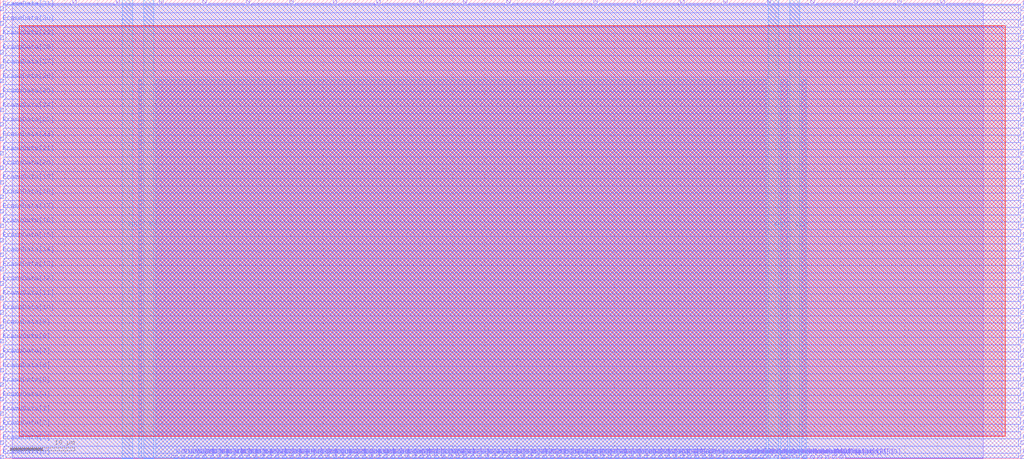
<source format=lef>
VERSION 5.7 ;
  NOWIREEXTENSIONATPIN ON ;
  DIVIDERCHAR "/" ;
  BUSBITCHARS "[]" ;
MACRO N_term_SRAM
  CLASS BLOCK ;
  FOREIGN N_term_SRAM ;
  ORIGIN 0.000 0.000 ;
  SIZE 158.480 BY 71.120 ;
  PIN FrameData[0]
    DIRECTION INPUT ;
    USE SIGNAL ;
    ANTENNAGATEAREA 1.102000 ;
    PORT
      LAYER Metal3 ;
        RECT 0.000 0.000 0.560 0.560 ;
    END
  END FrameData[0]
  PIN FrameData[10]
    DIRECTION INPUT ;
    USE SIGNAL ;
    ANTENNAGATEAREA 1.102000 ;
    PORT
      LAYER Metal3 ;
        RECT 0.000 22.400 0.560 22.960 ;
    END
  END FrameData[10]
  PIN FrameData[11]
    DIRECTION INPUT ;
    USE SIGNAL ;
    ANTENNAGATEAREA 1.102000 ;
    PORT
      LAYER Metal3 ;
        RECT 0.000 24.640 0.560 25.200 ;
    END
  END FrameData[11]
  PIN FrameData[12]
    DIRECTION INPUT ;
    USE SIGNAL ;
    ANTENNAGATEAREA 1.102000 ;
    PORT
      LAYER Metal3 ;
        RECT 0.000 26.880 0.560 27.440 ;
    END
  END FrameData[12]
  PIN FrameData[13]
    DIRECTION INPUT ;
    USE SIGNAL ;
    ANTENNAGATEAREA 1.102000 ;
    PORT
      LAYER Metal3 ;
        RECT 0.000 29.120 0.560 29.680 ;
    END
  END FrameData[13]
  PIN FrameData[14]
    DIRECTION INPUT ;
    USE SIGNAL ;
    ANTENNAGATEAREA 1.102000 ;
    PORT
      LAYER Metal3 ;
        RECT 0.000 31.360 0.560 31.920 ;
    END
  END FrameData[14]
  PIN FrameData[15]
    DIRECTION INPUT ;
    USE SIGNAL ;
    ANTENNAGATEAREA 1.102000 ;
    PORT
      LAYER Metal3 ;
        RECT 0.000 33.600 0.560 34.160 ;
    END
  END FrameData[15]
  PIN FrameData[16]
    DIRECTION INPUT ;
    USE SIGNAL ;
    ANTENNAGATEAREA 1.102000 ;
    PORT
      LAYER Metal3 ;
        RECT 0.000 35.840 0.560 36.400 ;
    END
  END FrameData[16]
  PIN FrameData[17]
    DIRECTION INPUT ;
    USE SIGNAL ;
    ANTENNAGATEAREA 1.102000 ;
    PORT
      LAYER Metal3 ;
        RECT 0.000 38.080 0.560 38.640 ;
    END
  END FrameData[17]
  PIN FrameData[18]
    DIRECTION INPUT ;
    USE SIGNAL ;
    ANTENNAGATEAREA 1.102000 ;
    PORT
      LAYER Metal3 ;
        RECT 0.000 40.320 0.560 40.880 ;
    END
  END FrameData[18]
  PIN FrameData[19]
    DIRECTION INPUT ;
    USE SIGNAL ;
    ANTENNAGATEAREA 1.102000 ;
    PORT
      LAYER Metal3 ;
        RECT 0.000 42.560 0.560 43.120 ;
    END
  END FrameData[19]
  PIN FrameData[1]
    DIRECTION INPUT ;
    USE SIGNAL ;
    ANTENNAGATEAREA 1.102000 ;
    PORT
      LAYER Metal3 ;
        RECT 0.000 2.240 0.560 2.800 ;
    END
  END FrameData[1]
  PIN FrameData[20]
    DIRECTION INPUT ;
    USE SIGNAL ;
    ANTENNAGATEAREA 1.102000 ;
    PORT
      LAYER Metal3 ;
        RECT 0.000 44.800 0.560 45.360 ;
    END
  END FrameData[20]
  PIN FrameData[21]
    DIRECTION INPUT ;
    USE SIGNAL ;
    ANTENNAGATEAREA 1.102000 ;
    PORT
      LAYER Metal3 ;
        RECT 0.000 47.040 0.560 47.600 ;
    END
  END FrameData[21]
  PIN FrameData[22]
    DIRECTION INPUT ;
    USE SIGNAL ;
    ANTENNAGATEAREA 1.102000 ;
    PORT
      LAYER Metal3 ;
        RECT 0.000 49.280 0.560 49.840 ;
    END
  END FrameData[22]
  PIN FrameData[23]
    DIRECTION INPUT ;
    USE SIGNAL ;
    ANTENNAGATEAREA 1.102000 ;
    PORT
      LAYER Metal3 ;
        RECT 0.000 51.520 0.560 52.080 ;
    END
  END FrameData[23]
  PIN FrameData[24]
    DIRECTION INPUT ;
    USE SIGNAL ;
    ANTENNAGATEAREA 1.102000 ;
    PORT
      LAYER Metal3 ;
        RECT 0.000 53.760 0.560 54.320 ;
    END
  END FrameData[24]
  PIN FrameData[25]
    DIRECTION INPUT ;
    USE SIGNAL ;
    ANTENNAGATEAREA 1.102000 ;
    PORT
      LAYER Metal3 ;
        RECT 0.000 56.000 0.560 56.560 ;
    END
  END FrameData[25]
  PIN FrameData[26]
    DIRECTION INPUT ;
    USE SIGNAL ;
    ANTENNAGATEAREA 1.102000 ;
    PORT
      LAYER Metal3 ;
        RECT 0.000 58.240 0.560 58.800 ;
    END
  END FrameData[26]
  PIN FrameData[27]
    DIRECTION INPUT ;
    USE SIGNAL ;
    ANTENNAGATEAREA 1.102000 ;
    PORT
      LAYER Metal3 ;
        RECT 0.000 60.480 0.560 61.040 ;
    END
  END FrameData[27]
  PIN FrameData[28]
    DIRECTION INPUT ;
    USE SIGNAL ;
    ANTENNAGATEAREA 1.102000 ;
    PORT
      LAYER Metal3 ;
        RECT 0.000 62.720 0.560 63.280 ;
    END
  END FrameData[28]
  PIN FrameData[29]
    DIRECTION INPUT ;
    USE SIGNAL ;
    ANTENNAGATEAREA 1.102000 ;
    PORT
      LAYER Metal3 ;
        RECT 0.000 64.960 0.560 65.520 ;
    END
  END FrameData[29]
  PIN FrameData[2]
    DIRECTION INPUT ;
    USE SIGNAL ;
    ANTENNAGATEAREA 1.102000 ;
    PORT
      LAYER Metal3 ;
        RECT 0.000 4.480 0.560 5.040 ;
    END
  END FrameData[2]
  PIN FrameData[30]
    DIRECTION INPUT ;
    USE SIGNAL ;
    ANTENNAGATEAREA 1.102000 ;
    PORT
      LAYER Metal3 ;
        RECT 0.000 67.200 0.560 67.760 ;
    END
  END FrameData[30]
  PIN FrameData[31]
    DIRECTION INPUT ;
    USE SIGNAL ;
    ANTENNAGATEAREA 1.102000 ;
    PORT
      LAYER Metal3 ;
        RECT 0.000 69.440 0.560 70.000 ;
    END
  END FrameData[31]
  PIN FrameData[3]
    DIRECTION INPUT ;
    USE SIGNAL ;
    ANTENNAGATEAREA 1.102000 ;
    PORT
      LAYER Metal3 ;
        RECT 0.000 6.720 0.560 7.280 ;
    END
  END FrameData[3]
  PIN FrameData[4]
    DIRECTION INPUT ;
    USE SIGNAL ;
    ANTENNAGATEAREA 1.102000 ;
    PORT
      LAYER Metal3 ;
        RECT 0.000 8.960 0.560 9.520 ;
    END
  END FrameData[4]
  PIN FrameData[5]
    DIRECTION INPUT ;
    USE SIGNAL ;
    ANTENNAGATEAREA 1.102000 ;
    PORT
      LAYER Metal3 ;
        RECT 0.000 11.200 0.560 11.760 ;
    END
  END FrameData[5]
  PIN FrameData[6]
    DIRECTION INPUT ;
    USE SIGNAL ;
    ANTENNAGATEAREA 1.102000 ;
    PORT
      LAYER Metal3 ;
        RECT 0.000 13.440 0.560 14.000 ;
    END
  END FrameData[6]
  PIN FrameData[7]
    DIRECTION INPUT ;
    USE SIGNAL ;
    ANTENNAGATEAREA 1.102000 ;
    PORT
      LAYER Metal3 ;
        RECT 0.000 15.680 0.560 16.240 ;
    END
  END FrameData[7]
  PIN FrameData[8]
    DIRECTION INPUT ;
    USE SIGNAL ;
    ANTENNAGATEAREA 1.102000 ;
    PORT
      LAYER Metal3 ;
        RECT 0.000 17.920 0.560 18.480 ;
    END
  END FrameData[8]
  PIN FrameData[9]
    DIRECTION INPUT ;
    USE SIGNAL ;
    ANTENNAGATEAREA 1.102000 ;
    PORT
      LAYER Metal3 ;
        RECT 0.000 20.160 0.560 20.720 ;
    END
  END FrameData[9]
  PIN FrameData_O[0]
    DIRECTION OUTPUT ;
    USE SIGNAL ;
    ANTENNADIFFAREA 2.365600 ;
    PORT
      LAYER Metal3 ;
        RECT 157.920 0.000 158.480 0.560 ;
    END
  END FrameData_O[0]
  PIN FrameData_O[10]
    DIRECTION OUTPUT ;
    USE SIGNAL ;
    ANTENNADIFFAREA 2.365600 ;
    PORT
      LAYER Metal3 ;
        RECT 157.920 22.400 158.480 22.960 ;
    END
  END FrameData_O[10]
  PIN FrameData_O[11]
    DIRECTION OUTPUT ;
    USE SIGNAL ;
    ANTENNADIFFAREA 2.365600 ;
    PORT
      LAYER Metal3 ;
        RECT 157.920 24.640 158.480 25.200 ;
    END
  END FrameData_O[11]
  PIN FrameData_O[12]
    DIRECTION OUTPUT ;
    USE SIGNAL ;
    ANTENNADIFFAREA 2.365600 ;
    PORT
      LAYER Metal3 ;
        RECT 157.920 26.880 158.480 27.440 ;
    END
  END FrameData_O[12]
  PIN FrameData_O[13]
    DIRECTION OUTPUT ;
    USE SIGNAL ;
    ANTENNADIFFAREA 2.365600 ;
    PORT
      LAYER Metal3 ;
        RECT 157.920 29.120 158.480 29.680 ;
    END
  END FrameData_O[13]
  PIN FrameData_O[14]
    DIRECTION OUTPUT ;
    USE SIGNAL ;
    ANTENNADIFFAREA 2.365600 ;
    PORT
      LAYER Metal3 ;
        RECT 157.920 31.360 158.480 31.920 ;
    END
  END FrameData_O[14]
  PIN FrameData_O[15]
    DIRECTION OUTPUT ;
    USE SIGNAL ;
    ANTENNADIFFAREA 2.365600 ;
    PORT
      LAYER Metal3 ;
        RECT 157.920 33.600 158.480 34.160 ;
    END
  END FrameData_O[15]
  PIN FrameData_O[16]
    DIRECTION OUTPUT ;
    USE SIGNAL ;
    ANTENNADIFFAREA 2.365600 ;
    PORT
      LAYER Metal3 ;
        RECT 157.920 35.840 158.480 36.400 ;
    END
  END FrameData_O[16]
  PIN FrameData_O[17]
    DIRECTION OUTPUT ;
    USE SIGNAL ;
    ANTENNADIFFAREA 2.365600 ;
    PORT
      LAYER Metal3 ;
        RECT 157.920 38.080 158.480 38.640 ;
    END
  END FrameData_O[17]
  PIN FrameData_O[18]
    DIRECTION OUTPUT ;
    USE SIGNAL ;
    ANTENNADIFFAREA 2.365600 ;
    PORT
      LAYER Metal3 ;
        RECT 157.920 40.320 158.480 40.880 ;
    END
  END FrameData_O[18]
  PIN FrameData_O[19]
    DIRECTION OUTPUT ;
    USE SIGNAL ;
    ANTENNADIFFAREA 2.365600 ;
    PORT
      LAYER Metal3 ;
        RECT 157.920 42.560 158.480 43.120 ;
    END
  END FrameData_O[19]
  PIN FrameData_O[1]
    DIRECTION OUTPUT ;
    USE SIGNAL ;
    ANTENNADIFFAREA 2.365600 ;
    PORT
      LAYER Metal3 ;
        RECT 157.920 2.240 158.480 2.800 ;
    END
  END FrameData_O[1]
  PIN FrameData_O[20]
    DIRECTION OUTPUT ;
    USE SIGNAL ;
    ANTENNADIFFAREA 2.365600 ;
    PORT
      LAYER Metal3 ;
        RECT 157.920 44.800 158.480 45.360 ;
    END
  END FrameData_O[20]
  PIN FrameData_O[21]
    DIRECTION OUTPUT ;
    USE SIGNAL ;
    ANTENNADIFFAREA 2.365600 ;
    PORT
      LAYER Metal3 ;
        RECT 157.920 47.040 158.480 47.600 ;
    END
  END FrameData_O[21]
  PIN FrameData_O[22]
    DIRECTION OUTPUT ;
    USE SIGNAL ;
    ANTENNADIFFAREA 2.365600 ;
    PORT
      LAYER Metal3 ;
        RECT 157.920 49.280 158.480 49.840 ;
    END
  END FrameData_O[22]
  PIN FrameData_O[23]
    DIRECTION OUTPUT ;
    USE SIGNAL ;
    ANTENNADIFFAREA 2.365600 ;
    PORT
      LAYER Metal3 ;
        RECT 157.920 51.520 158.480 52.080 ;
    END
  END FrameData_O[23]
  PIN FrameData_O[24]
    DIRECTION OUTPUT ;
    USE SIGNAL ;
    ANTENNADIFFAREA 2.365600 ;
    PORT
      LAYER Metal3 ;
        RECT 157.920 53.760 158.480 54.320 ;
    END
  END FrameData_O[24]
  PIN FrameData_O[25]
    DIRECTION OUTPUT ;
    USE SIGNAL ;
    ANTENNADIFFAREA 2.365600 ;
    PORT
      LAYER Metal3 ;
        RECT 157.920 56.000 158.480 56.560 ;
    END
  END FrameData_O[25]
  PIN FrameData_O[26]
    DIRECTION OUTPUT ;
    USE SIGNAL ;
    ANTENNADIFFAREA 2.365600 ;
    PORT
      LAYER Metal3 ;
        RECT 157.920 58.240 158.480 58.800 ;
    END
  END FrameData_O[26]
  PIN FrameData_O[27]
    DIRECTION OUTPUT ;
    USE SIGNAL ;
    ANTENNADIFFAREA 2.365600 ;
    PORT
      LAYER Metal3 ;
        RECT 157.920 60.480 158.480 61.040 ;
    END
  END FrameData_O[27]
  PIN FrameData_O[28]
    DIRECTION OUTPUT ;
    USE SIGNAL ;
    ANTENNADIFFAREA 2.365600 ;
    PORT
      LAYER Metal3 ;
        RECT 157.920 62.720 158.480 63.280 ;
    END
  END FrameData_O[28]
  PIN FrameData_O[29]
    DIRECTION OUTPUT ;
    USE SIGNAL ;
    ANTENNADIFFAREA 2.365600 ;
    PORT
      LAYER Metal3 ;
        RECT 157.920 64.960 158.480 65.520 ;
    END
  END FrameData_O[29]
  PIN FrameData_O[2]
    DIRECTION OUTPUT ;
    USE SIGNAL ;
    ANTENNADIFFAREA 2.365600 ;
    PORT
      LAYER Metal3 ;
        RECT 157.920 4.480 158.480 5.040 ;
    END
  END FrameData_O[2]
  PIN FrameData_O[30]
    DIRECTION OUTPUT ;
    USE SIGNAL ;
    ANTENNADIFFAREA 2.365600 ;
    PORT
      LAYER Metal3 ;
        RECT 157.920 67.200 158.480 67.760 ;
    END
  END FrameData_O[30]
  PIN FrameData_O[31]
    DIRECTION OUTPUT ;
    USE SIGNAL ;
    ANTENNADIFFAREA 2.365600 ;
    PORT
      LAYER Metal3 ;
        RECT 157.920 69.440 158.480 70.000 ;
    END
  END FrameData_O[31]
  PIN FrameData_O[3]
    DIRECTION OUTPUT ;
    USE SIGNAL ;
    ANTENNADIFFAREA 2.365600 ;
    PORT
      LAYER Metal3 ;
        RECT 157.920 6.720 158.480 7.280 ;
    END
  END FrameData_O[3]
  PIN FrameData_O[4]
    DIRECTION OUTPUT ;
    USE SIGNAL ;
    ANTENNADIFFAREA 2.365600 ;
    PORT
      LAYER Metal3 ;
        RECT 157.920 8.960 158.480 9.520 ;
    END
  END FrameData_O[4]
  PIN FrameData_O[5]
    DIRECTION OUTPUT ;
    USE SIGNAL ;
    ANTENNADIFFAREA 2.365600 ;
    PORT
      LAYER Metal3 ;
        RECT 157.920 11.200 158.480 11.760 ;
    END
  END FrameData_O[5]
  PIN FrameData_O[6]
    DIRECTION OUTPUT ;
    USE SIGNAL ;
    ANTENNADIFFAREA 2.365600 ;
    PORT
      LAYER Metal3 ;
        RECT 157.920 13.440 158.480 14.000 ;
    END
  END FrameData_O[6]
  PIN FrameData_O[7]
    DIRECTION OUTPUT ;
    USE SIGNAL ;
    ANTENNADIFFAREA 2.365600 ;
    PORT
      LAYER Metal3 ;
        RECT 157.920 15.680 158.480 16.240 ;
    END
  END FrameData_O[7]
  PIN FrameData_O[8]
    DIRECTION OUTPUT ;
    USE SIGNAL ;
    ANTENNADIFFAREA 2.365600 ;
    PORT
      LAYER Metal3 ;
        RECT 157.920 17.920 158.480 18.480 ;
    END
  END FrameData_O[8]
  PIN FrameData_O[9]
    DIRECTION OUTPUT ;
    USE SIGNAL ;
    ANTENNADIFFAREA 2.365600 ;
    PORT
      LAYER Metal3 ;
        RECT 157.920 20.160 158.480 20.720 ;
    END
  END FrameData_O[9]
  PIN FrameStrobe[0]
    DIRECTION INPUT ;
    USE SIGNAL ;
    ANTENNAGATEAREA 1.102000 ;
    PORT
      LAYER Metal2 ;
        RECT 108.640 0.000 109.200 0.560 ;
    END
  END FrameStrobe[0]
  PIN FrameStrobe[10]
    DIRECTION INPUT ;
    USE SIGNAL ;
    ANTENNAGATEAREA 1.102000 ;
    PORT
      LAYER Metal2 ;
        RECT 119.840 0.000 120.400 0.560 ;
    END
  END FrameStrobe[10]
  PIN FrameStrobe[11]
    DIRECTION INPUT ;
    USE SIGNAL ;
    ANTENNAGATEAREA 1.102000 ;
    PORT
      LAYER Metal2 ;
        RECT 120.960 0.000 121.520 0.560 ;
    END
  END FrameStrobe[11]
  PIN FrameStrobe[12]
    DIRECTION INPUT ;
    USE SIGNAL ;
    ANTENNAGATEAREA 1.102000 ;
    PORT
      LAYER Metal2 ;
        RECT 122.080 0.000 122.640 0.560 ;
    END
  END FrameStrobe[12]
  PIN FrameStrobe[13]
    DIRECTION INPUT ;
    USE SIGNAL ;
    ANTENNAGATEAREA 1.102000 ;
    PORT
      LAYER Metal2 ;
        RECT 123.200 0.000 123.760 0.560 ;
    END
  END FrameStrobe[13]
  PIN FrameStrobe[14]
    DIRECTION INPUT ;
    USE SIGNAL ;
    ANTENNAGATEAREA 1.102000 ;
    PORT
      LAYER Metal2 ;
        RECT 124.320 0.000 124.880 0.560 ;
    END
  END FrameStrobe[14]
  PIN FrameStrobe[15]
    DIRECTION INPUT ;
    USE SIGNAL ;
    ANTENNAGATEAREA 1.102000 ;
    PORT
      LAYER Metal2 ;
        RECT 125.440 0.000 126.000 0.560 ;
    END
  END FrameStrobe[15]
  PIN FrameStrobe[16]
    DIRECTION INPUT ;
    USE SIGNAL ;
    ANTENNAGATEAREA 1.102000 ;
    PORT
      LAYER Metal2 ;
        RECT 126.560 0.000 127.120 0.560 ;
    END
  END FrameStrobe[16]
  PIN FrameStrobe[17]
    DIRECTION INPUT ;
    USE SIGNAL ;
    ANTENNAGATEAREA 1.102000 ;
    PORT
      LAYER Metal2 ;
        RECT 127.680 0.000 128.240 0.560 ;
    END
  END FrameStrobe[17]
  PIN FrameStrobe[18]
    DIRECTION INPUT ;
    USE SIGNAL ;
    ANTENNAGATEAREA 1.102000 ;
    PORT
      LAYER Metal2 ;
        RECT 128.800 0.000 129.360 0.560 ;
    END
  END FrameStrobe[18]
  PIN FrameStrobe[19]
    DIRECTION INPUT ;
    USE SIGNAL ;
    ANTENNAGATEAREA 1.102000 ;
    PORT
      LAYER Metal2 ;
        RECT 129.920 0.000 130.480 0.560 ;
    END
  END FrameStrobe[19]
  PIN FrameStrobe[1]
    DIRECTION INPUT ;
    USE SIGNAL ;
    ANTENNAGATEAREA 1.102000 ;
    PORT
      LAYER Metal2 ;
        RECT 109.760 0.000 110.320 0.560 ;
    END
  END FrameStrobe[1]
  PIN FrameStrobe[2]
    DIRECTION INPUT ;
    USE SIGNAL ;
    ANTENNAGATEAREA 1.102000 ;
    PORT
      LAYER Metal2 ;
        RECT 110.880 0.000 111.440 0.560 ;
    END
  END FrameStrobe[2]
  PIN FrameStrobe[3]
    DIRECTION INPUT ;
    USE SIGNAL ;
    ANTENNAGATEAREA 1.102000 ;
    PORT
      LAYER Metal2 ;
        RECT 112.000 0.000 112.560 0.560 ;
    END
  END FrameStrobe[3]
  PIN FrameStrobe[4]
    DIRECTION INPUT ;
    USE SIGNAL ;
    ANTENNAGATEAREA 1.102000 ;
    PORT
      LAYER Metal2 ;
        RECT 113.120 0.000 113.680 0.560 ;
    END
  END FrameStrobe[4]
  PIN FrameStrobe[5]
    DIRECTION INPUT ;
    USE SIGNAL ;
    ANTENNAGATEAREA 1.102000 ;
    PORT
      LAYER Metal2 ;
        RECT 114.240 0.000 114.800 0.560 ;
    END
  END FrameStrobe[5]
  PIN FrameStrobe[6]
    DIRECTION INPUT ;
    USE SIGNAL ;
    ANTENNAGATEAREA 1.102000 ;
    PORT
      LAYER Metal2 ;
        RECT 115.360 0.000 115.920 0.560 ;
    END
  END FrameStrobe[6]
  PIN FrameStrobe[7]
    DIRECTION INPUT ;
    USE SIGNAL ;
    ANTENNAGATEAREA 1.102000 ;
    PORT
      LAYER Metal2 ;
        RECT 116.480 0.000 117.040 0.560 ;
    END
  END FrameStrobe[7]
  PIN FrameStrobe[8]
    DIRECTION INPUT ;
    USE SIGNAL ;
    ANTENNAGATEAREA 1.102000 ;
    PORT
      LAYER Metal2 ;
        RECT 117.600 0.000 118.160 0.560 ;
    END
  END FrameStrobe[8]
  PIN FrameStrobe[9]
    DIRECTION INPUT ;
    USE SIGNAL ;
    ANTENNAGATEAREA 1.102000 ;
    PORT
      LAYER Metal2 ;
        RECT 118.720 0.000 119.280 0.560 ;
    END
  END FrameStrobe[9]
  PIN FrameStrobe_O[0]
    DIRECTION OUTPUT ;
    USE SIGNAL ;
    ANTENNADIFFAREA 2.365600 ;
    PORT
      LAYER Metal2 ;
        RECT 17.920 70.560 18.480 71.120 ;
    END
  END FrameStrobe_O[0]
  PIN FrameStrobe_O[10]
    DIRECTION OUTPUT ;
    USE SIGNAL ;
    ANTENNADIFFAREA 2.365600 ;
    PORT
      LAYER Metal2 ;
        RECT 85.120 70.560 85.680 71.120 ;
    END
  END FrameStrobe_O[10]
  PIN FrameStrobe_O[11]
    DIRECTION OUTPUT ;
    USE SIGNAL ;
    ANTENNADIFFAREA 2.365600 ;
    PORT
      LAYER Metal2 ;
        RECT 91.840 70.560 92.400 71.120 ;
    END
  END FrameStrobe_O[11]
  PIN FrameStrobe_O[12]
    DIRECTION OUTPUT ;
    USE SIGNAL ;
    ANTENNADIFFAREA 2.365600 ;
    PORT
      LAYER Metal2 ;
        RECT 98.560 70.560 99.120 71.120 ;
    END
  END FrameStrobe_O[12]
  PIN FrameStrobe_O[13]
    DIRECTION OUTPUT ;
    USE SIGNAL ;
    ANTENNADIFFAREA 2.365600 ;
    PORT
      LAYER Metal2 ;
        RECT 105.280 70.560 105.840 71.120 ;
    END
  END FrameStrobe_O[13]
  PIN FrameStrobe_O[14]
    DIRECTION OUTPUT ;
    USE SIGNAL ;
    ANTENNADIFFAREA 2.365600 ;
    PORT
      LAYER Metal2 ;
        RECT 112.000 70.560 112.560 71.120 ;
    END
  END FrameStrobe_O[14]
  PIN FrameStrobe_O[15]
    DIRECTION OUTPUT ;
    USE SIGNAL ;
    ANTENNADIFFAREA 2.365600 ;
    PORT
      LAYER Metal2 ;
        RECT 118.720 70.560 119.280 71.120 ;
    END
  END FrameStrobe_O[15]
  PIN FrameStrobe_O[16]
    DIRECTION OUTPUT ;
    USE SIGNAL ;
    ANTENNADIFFAREA 2.365600 ;
    PORT
      LAYER Metal2 ;
        RECT 125.440 70.560 126.000 71.120 ;
    END
  END FrameStrobe_O[16]
  PIN FrameStrobe_O[17]
    DIRECTION OUTPUT ;
    USE SIGNAL ;
    ANTENNADIFFAREA 2.365600 ;
    PORT
      LAYER Metal2 ;
        RECT 132.160 70.560 132.720 71.120 ;
    END
  END FrameStrobe_O[17]
  PIN FrameStrobe_O[18]
    DIRECTION OUTPUT ;
    USE SIGNAL ;
    ANTENNADIFFAREA 2.365600 ;
    PORT
      LAYER Metal2 ;
        RECT 138.880 70.560 139.440 71.120 ;
    END
  END FrameStrobe_O[18]
  PIN FrameStrobe_O[19]
    DIRECTION OUTPUT ;
    USE SIGNAL ;
    ANTENNADIFFAREA 2.365600 ;
    PORT
      LAYER Metal2 ;
        RECT 145.600 70.560 146.160 71.120 ;
    END
  END FrameStrobe_O[19]
  PIN FrameStrobe_O[1]
    DIRECTION OUTPUT ;
    USE SIGNAL ;
    ANTENNADIFFAREA 2.365600 ;
    PORT
      LAYER Metal2 ;
        RECT 24.640 70.560 25.200 71.120 ;
    END
  END FrameStrobe_O[1]
  PIN FrameStrobe_O[2]
    DIRECTION OUTPUT ;
    USE SIGNAL ;
    ANTENNADIFFAREA 2.365600 ;
    PORT
      LAYER Metal2 ;
        RECT 31.360 70.560 31.920 71.120 ;
    END
  END FrameStrobe_O[2]
  PIN FrameStrobe_O[3]
    DIRECTION OUTPUT ;
    USE SIGNAL ;
    ANTENNADIFFAREA 2.365600 ;
    PORT
      LAYER Metal2 ;
        RECT 38.080 70.560 38.640 71.120 ;
    END
  END FrameStrobe_O[3]
  PIN FrameStrobe_O[4]
    DIRECTION OUTPUT ;
    USE SIGNAL ;
    ANTENNADIFFAREA 2.365600 ;
    PORT
      LAYER Metal2 ;
        RECT 44.800 70.560 45.360 71.120 ;
    END
  END FrameStrobe_O[4]
  PIN FrameStrobe_O[5]
    DIRECTION OUTPUT ;
    USE SIGNAL ;
    ANTENNADIFFAREA 2.365600 ;
    PORT
      LAYER Metal2 ;
        RECT 51.520 70.560 52.080 71.120 ;
    END
  END FrameStrobe_O[5]
  PIN FrameStrobe_O[6]
    DIRECTION OUTPUT ;
    USE SIGNAL ;
    ANTENNADIFFAREA 2.365600 ;
    PORT
      LAYER Metal2 ;
        RECT 58.240 70.560 58.800 71.120 ;
    END
  END FrameStrobe_O[6]
  PIN FrameStrobe_O[7]
    DIRECTION OUTPUT ;
    USE SIGNAL ;
    ANTENNADIFFAREA 2.365600 ;
    PORT
      LAYER Metal2 ;
        RECT 64.960 70.560 65.520 71.120 ;
    END
  END FrameStrobe_O[7]
  PIN FrameStrobe_O[8]
    DIRECTION OUTPUT ;
    USE SIGNAL ;
    ANTENNADIFFAREA 2.365600 ;
    PORT
      LAYER Metal2 ;
        RECT 71.680 70.560 72.240 71.120 ;
    END
  END FrameStrobe_O[8]
  PIN FrameStrobe_O[9]
    DIRECTION OUTPUT ;
    USE SIGNAL ;
    ANTENNADIFFAREA 2.365600 ;
    PORT
      LAYER Metal2 ;
        RECT 78.400 70.560 78.960 71.120 ;
    END
  END FrameStrobe_O[9]
  PIN N1END[0]
    DIRECTION INPUT ;
    USE SIGNAL ;
    ANTENNAGATEAREA 1.102000 ;
    PORT
      LAYER Metal2 ;
        RECT 26.880 0.000 27.440 0.560 ;
    END
  END N1END[0]
  PIN N1END[1]
    DIRECTION INPUT ;
    USE SIGNAL ;
    ANTENNAGATEAREA 1.102000 ;
    PORT
      LAYER Metal2 ;
        RECT 28.000 0.000 28.560 0.560 ;
    END
  END N1END[1]
  PIN N1END[2]
    DIRECTION INPUT ;
    USE SIGNAL ;
    ANTENNAGATEAREA 1.102000 ;
    PORT
      LAYER Metal2 ;
        RECT 29.120 0.000 29.680 0.560 ;
    END
  END N1END[2]
  PIN N1END[3]
    DIRECTION INPUT ;
    USE SIGNAL ;
    ANTENNAGATEAREA 1.102000 ;
    PORT
      LAYER Metal2 ;
        RECT 30.240 0.000 30.800 0.560 ;
    END
  END N1END[3]
  PIN N2END[0]
    DIRECTION INPUT ;
    USE SIGNAL ;
    ANTENNAGATEAREA 1.102000 ;
    PORT
      LAYER Metal2 ;
        RECT 40.320 0.000 40.880 0.560 ;
    END
  END N2END[0]
  PIN N2END[1]
    DIRECTION INPUT ;
    USE SIGNAL ;
    ANTENNAGATEAREA 1.102000 ;
    PORT
      LAYER Metal2 ;
        RECT 41.440 0.000 42.000 0.560 ;
    END
  END N2END[1]
  PIN N2END[2]
    DIRECTION INPUT ;
    USE SIGNAL ;
    ANTENNAGATEAREA 1.102000 ;
    PORT
      LAYER Metal2 ;
        RECT 42.560 0.000 43.120 0.560 ;
    END
  END N2END[2]
  PIN N2END[3]
    DIRECTION INPUT ;
    USE SIGNAL ;
    ANTENNAGATEAREA 1.102000 ;
    PORT
      LAYER Metal2 ;
        RECT 43.680 0.000 44.240 0.560 ;
    END
  END N2END[3]
  PIN N2END[4]
    DIRECTION INPUT ;
    USE SIGNAL ;
    ANTENNAGATEAREA 1.102000 ;
    PORT
      LAYER Metal2 ;
        RECT 44.800 0.000 45.360 0.560 ;
    END
  END N2END[4]
  PIN N2END[5]
    DIRECTION INPUT ;
    USE SIGNAL ;
    ANTENNAGATEAREA 1.102000 ;
    PORT
      LAYER Metal2 ;
        RECT 45.920 0.000 46.480 0.560 ;
    END
  END N2END[5]
  PIN N2END[6]
    DIRECTION INPUT ;
    USE SIGNAL ;
    ANTENNAGATEAREA 1.102000 ;
    PORT
      LAYER Metal2 ;
        RECT 47.040 0.000 47.600 0.560 ;
    END
  END N2END[6]
  PIN N2END[7]
    DIRECTION INPUT ;
    USE SIGNAL ;
    ANTENNAGATEAREA 1.102000 ;
    PORT
      LAYER Metal2 ;
        RECT 48.160 0.000 48.720 0.560 ;
    END
  END N2END[7]
  PIN N2MID[0]
    DIRECTION INPUT ;
    USE SIGNAL ;
    ANTENNAGATEAREA 1.102000 ;
    PORT
      LAYER Metal2 ;
        RECT 31.360 0.000 31.920 0.560 ;
    END
  END N2MID[0]
  PIN N2MID[1]
    DIRECTION INPUT ;
    USE SIGNAL ;
    ANTENNAGATEAREA 1.102000 ;
    PORT
      LAYER Metal2 ;
        RECT 32.480 0.000 33.040 0.560 ;
    END
  END N2MID[1]
  PIN N2MID[2]
    DIRECTION INPUT ;
    USE SIGNAL ;
    ANTENNAGATEAREA 1.102000 ;
    PORT
      LAYER Metal2 ;
        RECT 33.600 0.000 34.160 0.560 ;
    END
  END N2MID[2]
  PIN N2MID[3]
    DIRECTION INPUT ;
    USE SIGNAL ;
    ANTENNAGATEAREA 1.102000 ;
    PORT
      LAYER Metal2 ;
        RECT 34.720 0.000 35.280 0.560 ;
    END
  END N2MID[3]
  PIN N2MID[4]
    DIRECTION INPUT ;
    USE SIGNAL ;
    ANTENNAGATEAREA 1.102000 ;
    PORT
      LAYER Metal2 ;
        RECT 35.840 0.000 36.400 0.560 ;
    END
  END N2MID[4]
  PIN N2MID[5]
    DIRECTION INPUT ;
    USE SIGNAL ;
    ANTENNAGATEAREA 1.102000 ;
    PORT
      LAYER Metal2 ;
        RECT 36.960 0.000 37.520 0.560 ;
    END
  END N2MID[5]
  PIN N2MID[6]
    DIRECTION INPUT ;
    USE SIGNAL ;
    ANTENNAGATEAREA 1.102000 ;
    PORT
      LAYER Metal2 ;
        RECT 38.080 0.000 38.640 0.560 ;
    END
  END N2MID[6]
  PIN N2MID[7]
    DIRECTION INPUT ;
    USE SIGNAL ;
    ANTENNAGATEAREA 1.102000 ;
    PORT
      LAYER Metal2 ;
        RECT 39.200 0.000 39.760 0.560 ;
    END
  END N2MID[7]
  PIN N4END[0]
    DIRECTION INPUT ;
    USE SIGNAL ;
    ANTENNAGATEAREA 1.102000 ;
    PORT
      LAYER Metal2 ;
        RECT 49.280 0.000 49.840 0.560 ;
    END
  END N4END[0]
  PIN N4END[10]
    DIRECTION INPUT ;
    USE SIGNAL ;
    ANTENNAGATEAREA 1.102000 ;
    PORT
      LAYER Metal2 ;
        RECT 60.480 0.000 61.040 0.560 ;
    END
  END N4END[10]
  PIN N4END[11]
    DIRECTION INPUT ;
    USE SIGNAL ;
    ANTENNAGATEAREA 1.102000 ;
    PORT
      LAYER Metal2 ;
        RECT 61.600 0.000 62.160 0.560 ;
    END
  END N4END[11]
  PIN N4END[12]
    DIRECTION INPUT ;
    USE SIGNAL ;
    ANTENNAGATEAREA 1.102000 ;
    PORT
      LAYER Metal2 ;
        RECT 62.720 0.000 63.280 0.560 ;
    END
  END N4END[12]
  PIN N4END[13]
    DIRECTION INPUT ;
    USE SIGNAL ;
    ANTENNAGATEAREA 1.102000 ;
    PORT
      LAYER Metal2 ;
        RECT 63.840 0.000 64.400 0.560 ;
    END
  END N4END[13]
  PIN N4END[14]
    DIRECTION INPUT ;
    USE SIGNAL ;
    ANTENNAGATEAREA 1.102000 ;
    PORT
      LAYER Metal2 ;
        RECT 64.960 0.000 65.520 0.560 ;
    END
  END N4END[14]
  PIN N4END[15]
    DIRECTION INPUT ;
    USE SIGNAL ;
    ANTENNAGATEAREA 1.102000 ;
    PORT
      LAYER Metal2 ;
        RECT 66.080 0.000 66.640 0.560 ;
    END
  END N4END[15]
  PIN N4END[1]
    DIRECTION INPUT ;
    USE SIGNAL ;
    ANTENNAGATEAREA 1.102000 ;
    PORT
      LAYER Metal2 ;
        RECT 50.400 0.000 50.960 0.560 ;
    END
  END N4END[1]
  PIN N4END[2]
    DIRECTION INPUT ;
    USE SIGNAL ;
    ANTENNAGATEAREA 1.102000 ;
    PORT
      LAYER Metal2 ;
        RECT 51.520 0.000 52.080 0.560 ;
    END
  END N4END[2]
  PIN N4END[3]
    DIRECTION INPUT ;
    USE SIGNAL ;
    ANTENNAGATEAREA 1.102000 ;
    PORT
      LAYER Metal2 ;
        RECT 52.640 0.000 53.200 0.560 ;
    END
  END N4END[3]
  PIN N4END[4]
    DIRECTION INPUT ;
    USE SIGNAL ;
    ANTENNAGATEAREA 1.102000 ;
    PORT
      LAYER Metal2 ;
        RECT 53.760 0.000 54.320 0.560 ;
    END
  END N4END[4]
  PIN N4END[5]
    DIRECTION INPUT ;
    USE SIGNAL ;
    ANTENNAGATEAREA 1.102000 ;
    PORT
      LAYER Metal2 ;
        RECT 54.880 0.000 55.440 0.560 ;
    END
  END N4END[5]
  PIN N4END[6]
    DIRECTION INPUT ;
    USE SIGNAL ;
    ANTENNAGATEAREA 1.102000 ;
    PORT
      LAYER Metal2 ;
        RECT 56.000 0.000 56.560 0.560 ;
    END
  END N4END[6]
  PIN N4END[7]
    DIRECTION INPUT ;
    USE SIGNAL ;
    ANTENNAGATEAREA 1.102000 ;
    PORT
      LAYER Metal2 ;
        RECT 57.120 0.000 57.680 0.560 ;
    END
  END N4END[7]
  PIN N4END[8]
    DIRECTION INPUT ;
    USE SIGNAL ;
    ANTENNAGATEAREA 1.102000 ;
    PORT
      LAYER Metal2 ;
        RECT 58.240 0.000 58.800 0.560 ;
    END
  END N4END[8]
  PIN N4END[9]
    DIRECTION INPUT ;
    USE SIGNAL ;
    ANTENNAGATEAREA 1.102000 ;
    PORT
      LAYER Metal2 ;
        RECT 59.360 0.000 59.920 0.560 ;
    END
  END N4END[9]
  PIN S1BEG[0]
    DIRECTION OUTPUT ;
    USE SIGNAL ;
    ANTENNADIFFAREA 2.365600 ;
    PORT
      LAYER Metal2 ;
        RECT 67.200 0.000 67.760 0.560 ;
    END
  END S1BEG[0]
  PIN S1BEG[1]
    DIRECTION OUTPUT ;
    USE SIGNAL ;
    ANTENNADIFFAREA 2.365600 ;
    PORT
      LAYER Metal2 ;
        RECT 68.320 0.000 68.880 0.560 ;
    END
  END S1BEG[1]
  PIN S1BEG[2]
    DIRECTION OUTPUT ;
    USE SIGNAL ;
    ANTENNADIFFAREA 2.365600 ;
    PORT
      LAYER Metal2 ;
        RECT 69.440 0.000 70.000 0.560 ;
    END
  END S1BEG[2]
  PIN S1BEG[3]
    DIRECTION OUTPUT ;
    USE SIGNAL ;
    ANTENNADIFFAREA 2.365600 ;
    PORT
      LAYER Metal2 ;
        RECT 70.560 0.000 71.120 0.560 ;
    END
  END S1BEG[3]
  PIN S2BEG[0]
    DIRECTION OUTPUT ;
    USE SIGNAL ;
    ANTENNADIFFAREA 2.365600 ;
    PORT
      LAYER Metal2 ;
        RECT 71.680 0.000 72.240 0.560 ;
    END
  END S2BEG[0]
  PIN S2BEG[1]
    DIRECTION OUTPUT ;
    USE SIGNAL ;
    ANTENNADIFFAREA 2.365600 ;
    PORT
      LAYER Metal2 ;
        RECT 72.800 0.000 73.360 0.560 ;
    END
  END S2BEG[1]
  PIN S2BEG[2]
    DIRECTION OUTPUT ;
    USE SIGNAL ;
    ANTENNADIFFAREA 2.365600 ;
    PORT
      LAYER Metal2 ;
        RECT 73.920 0.000 74.480 0.560 ;
    END
  END S2BEG[2]
  PIN S2BEG[3]
    DIRECTION OUTPUT ;
    USE SIGNAL ;
    ANTENNADIFFAREA 2.365600 ;
    PORT
      LAYER Metal2 ;
        RECT 75.040 0.000 75.600 0.560 ;
    END
  END S2BEG[3]
  PIN S2BEG[4]
    DIRECTION OUTPUT ;
    USE SIGNAL ;
    ANTENNADIFFAREA 2.365600 ;
    PORT
      LAYER Metal2 ;
        RECT 76.160 0.000 76.720 0.560 ;
    END
  END S2BEG[4]
  PIN S2BEG[5]
    DIRECTION OUTPUT ;
    USE SIGNAL ;
    ANTENNADIFFAREA 2.365600 ;
    PORT
      LAYER Metal2 ;
        RECT 77.280 0.000 77.840 0.560 ;
    END
  END S2BEG[5]
  PIN S2BEG[6]
    DIRECTION OUTPUT ;
    USE SIGNAL ;
    ANTENNADIFFAREA 2.365600 ;
    PORT
      LAYER Metal2 ;
        RECT 78.400 0.000 78.960 0.560 ;
    END
  END S2BEG[6]
  PIN S2BEG[7]
    DIRECTION OUTPUT ;
    USE SIGNAL ;
    ANTENNADIFFAREA 2.365600 ;
    PORT
      LAYER Metal2 ;
        RECT 79.520 0.000 80.080 0.560 ;
    END
  END S2BEG[7]
  PIN S2BEGb[0]
    DIRECTION OUTPUT ;
    USE SIGNAL ;
    ANTENNADIFFAREA 2.365600 ;
    PORT
      LAYER Metal2 ;
        RECT 80.640 0.000 81.200 0.560 ;
    END
  END S2BEGb[0]
  PIN S2BEGb[1]
    DIRECTION OUTPUT ;
    USE SIGNAL ;
    ANTENNADIFFAREA 2.365600 ;
    PORT
      LAYER Metal2 ;
        RECT 81.760 0.000 82.320 0.560 ;
    END
  END S2BEGb[1]
  PIN S2BEGb[2]
    DIRECTION OUTPUT ;
    USE SIGNAL ;
    ANTENNADIFFAREA 2.365600 ;
    PORT
      LAYER Metal2 ;
        RECT 82.880 0.000 83.440 0.560 ;
    END
  END S2BEGb[2]
  PIN S2BEGb[3]
    DIRECTION OUTPUT ;
    USE SIGNAL ;
    ANTENNADIFFAREA 2.365600 ;
    PORT
      LAYER Metal2 ;
        RECT 84.000 0.000 84.560 0.560 ;
    END
  END S2BEGb[3]
  PIN S2BEGb[4]
    DIRECTION OUTPUT ;
    USE SIGNAL ;
    ANTENNADIFFAREA 2.365600 ;
    PORT
      LAYER Metal2 ;
        RECT 85.120 0.000 85.680 0.560 ;
    END
  END S2BEGb[4]
  PIN S2BEGb[5]
    DIRECTION OUTPUT ;
    USE SIGNAL ;
    ANTENNADIFFAREA 2.365600 ;
    PORT
      LAYER Metal2 ;
        RECT 86.240 0.000 86.800 0.560 ;
    END
  END S2BEGb[5]
  PIN S2BEGb[6]
    DIRECTION OUTPUT ;
    USE SIGNAL ;
    ANTENNADIFFAREA 2.365600 ;
    PORT
      LAYER Metal2 ;
        RECT 87.360 0.000 87.920 0.560 ;
    END
  END S2BEGb[6]
  PIN S2BEGb[7]
    DIRECTION OUTPUT ;
    USE SIGNAL ;
    ANTENNADIFFAREA 2.365600 ;
    PORT
      LAYER Metal2 ;
        RECT 88.480 0.000 89.040 0.560 ;
    END
  END S2BEGb[7]
  PIN S4BEG[0]
    DIRECTION OUTPUT ;
    USE SIGNAL ;
    ANTENNADIFFAREA 2.365600 ;
    PORT
      LAYER Metal2 ;
        RECT 89.600 0.000 90.160 0.560 ;
    END
  END S4BEG[0]
  PIN S4BEG[10]
    DIRECTION OUTPUT ;
    USE SIGNAL ;
    ANTENNADIFFAREA 2.365600 ;
    PORT
      LAYER Metal2 ;
        RECT 100.800 0.000 101.360 0.560 ;
    END
  END S4BEG[10]
  PIN S4BEG[11]
    DIRECTION OUTPUT ;
    USE SIGNAL ;
    ANTENNADIFFAREA 2.365600 ;
    PORT
      LAYER Metal2 ;
        RECT 101.920 0.000 102.480 0.560 ;
    END
  END S4BEG[11]
  PIN S4BEG[12]
    DIRECTION OUTPUT ;
    USE SIGNAL ;
    ANTENNADIFFAREA 2.365600 ;
    PORT
      LAYER Metal2 ;
        RECT 103.040 0.000 103.600 0.560 ;
    END
  END S4BEG[12]
  PIN S4BEG[13]
    DIRECTION OUTPUT ;
    USE SIGNAL ;
    ANTENNADIFFAREA 2.365600 ;
    PORT
      LAYER Metal2 ;
        RECT 104.160 0.000 104.720 0.560 ;
    END
  END S4BEG[13]
  PIN S4BEG[14]
    DIRECTION OUTPUT ;
    USE SIGNAL ;
    ANTENNADIFFAREA 2.365600 ;
    PORT
      LAYER Metal2 ;
        RECT 105.280 0.000 105.840 0.560 ;
    END
  END S4BEG[14]
  PIN S4BEG[15]
    DIRECTION OUTPUT ;
    USE SIGNAL ;
    ANTENNADIFFAREA 2.365600 ;
    PORT
      LAYER Metal2 ;
        RECT 106.400 0.000 106.960 0.560 ;
    END
  END S4BEG[15]
  PIN S4BEG[1]
    DIRECTION OUTPUT ;
    USE SIGNAL ;
    ANTENNADIFFAREA 2.365600 ;
    PORT
      LAYER Metal2 ;
        RECT 90.720 0.000 91.280 0.560 ;
    END
  END S4BEG[1]
  PIN S4BEG[2]
    DIRECTION OUTPUT ;
    USE SIGNAL ;
    ANTENNADIFFAREA 2.365600 ;
    PORT
      LAYER Metal2 ;
        RECT 91.840 0.000 92.400 0.560 ;
    END
  END S4BEG[2]
  PIN S4BEG[3]
    DIRECTION OUTPUT ;
    USE SIGNAL ;
    ANTENNADIFFAREA 2.365600 ;
    PORT
      LAYER Metal2 ;
        RECT 92.960 0.000 93.520 0.560 ;
    END
  END S4BEG[3]
  PIN S4BEG[4]
    DIRECTION OUTPUT ;
    USE SIGNAL ;
    ANTENNADIFFAREA 2.365600 ;
    PORT
      LAYER Metal2 ;
        RECT 94.080 0.000 94.640 0.560 ;
    END
  END S4BEG[4]
  PIN S4BEG[5]
    DIRECTION OUTPUT ;
    USE SIGNAL ;
    ANTENNADIFFAREA 2.365600 ;
    PORT
      LAYER Metal2 ;
        RECT 95.200 0.000 95.760 0.560 ;
    END
  END S4BEG[5]
  PIN S4BEG[6]
    DIRECTION OUTPUT ;
    USE SIGNAL ;
    ANTENNADIFFAREA 2.365600 ;
    PORT
      LAYER Metal2 ;
        RECT 96.320 0.000 96.880 0.560 ;
    END
  END S4BEG[6]
  PIN S4BEG[7]
    DIRECTION OUTPUT ;
    USE SIGNAL ;
    ANTENNADIFFAREA 2.365600 ;
    PORT
      LAYER Metal2 ;
        RECT 97.440 0.000 98.000 0.560 ;
    END
  END S4BEG[7]
  PIN S4BEG[8]
    DIRECTION OUTPUT ;
    USE SIGNAL ;
    ANTENNADIFFAREA 2.365600 ;
    PORT
      LAYER Metal2 ;
        RECT 98.560 0.000 99.120 0.560 ;
    END
  END S4BEG[8]
  PIN S4BEG[9]
    DIRECTION OUTPUT ;
    USE SIGNAL ;
    ANTENNADIFFAREA 2.365600 ;
    PORT
      LAYER Metal2 ;
        RECT 99.680 0.000 100.240 0.560 ;
    END
  END S4BEG[9]
  PIN UserCLK
    DIRECTION INPUT ;
    USE SIGNAL ;
    ANTENNAGATEAREA 0.498500 ;
    PORT
      LAYER Metal2 ;
        RECT 107.520 0.000 108.080 0.560 ;
    END
  END UserCLK
  PIN UserCLKo
    DIRECTION OUTPUT ;
    USE SIGNAL ;
    ANTENNADIFFAREA 0.897600 ;
    PORT
      LAYER Metal2 ;
        RECT 11.200 70.560 11.760 71.120 ;
    END
  END UserCLKo
  PIN VDD
    DIRECTION INOUT ;
    USE POWER ;
    PORT
      LAYER Metal4 ;
        RECT 18.880 0.000 20.480 71.120 ;
    END
    PORT
      LAYER Metal4 ;
        RECT 118.880 0.000 120.480 71.120 ;
    END
  END VDD
  PIN VSS
    DIRECTION INOUT ;
    USE GROUND ;
    PORT
      LAYER Metal4 ;
        RECT 22.180 0.000 23.780 71.120 ;
    END
    PORT
      LAYER Metal4 ;
        RECT 122.180 0.000 123.780 71.120 ;
    END
  END VSS
  OBS
      LAYER Nwell ;
        RECT 2.930 3.490 155.550 67.070 ;
      LAYER Metal1 ;
        RECT 3.360 3.620 155.120 66.940 ;
      LAYER Metal2 ;
        RECT 1.820 70.260 10.900 70.560 ;
        RECT 12.060 70.260 17.620 70.560 ;
        RECT 18.780 70.260 24.340 70.560 ;
        RECT 25.500 70.260 31.060 70.560 ;
        RECT 32.220 70.260 37.780 70.560 ;
        RECT 38.940 70.260 44.500 70.560 ;
        RECT 45.660 70.260 51.220 70.560 ;
        RECT 52.380 70.260 57.940 70.560 ;
        RECT 59.100 70.260 64.660 70.560 ;
        RECT 65.820 70.260 71.380 70.560 ;
        RECT 72.540 70.260 78.100 70.560 ;
        RECT 79.260 70.260 84.820 70.560 ;
        RECT 85.980 70.260 91.540 70.560 ;
        RECT 92.700 70.260 98.260 70.560 ;
        RECT 99.420 70.260 104.980 70.560 ;
        RECT 106.140 70.260 111.700 70.560 ;
        RECT 112.860 70.260 118.420 70.560 ;
        RECT 119.580 70.260 125.140 70.560 ;
        RECT 126.300 70.260 131.860 70.560 ;
        RECT 133.020 70.260 138.580 70.560 ;
        RECT 139.740 70.260 145.300 70.560 ;
        RECT 146.460 70.260 152.180 70.560 ;
        RECT 1.820 0.860 152.180 70.260 ;
        RECT 1.820 0.090 26.580 0.860 ;
        RECT 130.780 0.090 152.180 0.860 ;
      LAYER Metal3 ;
        RECT 0.560 70.300 157.920 70.420 ;
        RECT 0.860 69.140 157.620 70.300 ;
        RECT 0.560 68.060 157.920 69.140 ;
        RECT 0.860 66.900 157.620 68.060 ;
        RECT 0.560 65.820 157.920 66.900 ;
        RECT 0.860 64.660 157.620 65.820 ;
        RECT 0.560 63.580 157.920 64.660 ;
        RECT 0.860 62.420 157.620 63.580 ;
        RECT 0.560 61.340 157.920 62.420 ;
        RECT 0.860 60.180 157.620 61.340 ;
        RECT 0.560 59.100 157.920 60.180 ;
        RECT 0.860 57.940 157.620 59.100 ;
        RECT 0.560 56.860 157.920 57.940 ;
        RECT 0.860 55.700 157.620 56.860 ;
        RECT 0.560 54.620 157.920 55.700 ;
        RECT 0.860 53.460 157.620 54.620 ;
        RECT 0.560 52.380 157.920 53.460 ;
        RECT 0.860 51.220 157.620 52.380 ;
        RECT 0.560 50.140 157.920 51.220 ;
        RECT 0.860 48.980 157.620 50.140 ;
        RECT 0.560 47.900 157.920 48.980 ;
        RECT 0.860 46.740 157.620 47.900 ;
        RECT 0.560 45.660 157.920 46.740 ;
        RECT 0.860 44.500 157.620 45.660 ;
        RECT 0.560 43.420 157.920 44.500 ;
        RECT 0.860 42.260 157.620 43.420 ;
        RECT 0.560 41.180 157.920 42.260 ;
        RECT 0.860 40.020 157.620 41.180 ;
        RECT 0.560 38.940 157.920 40.020 ;
        RECT 0.860 37.780 157.620 38.940 ;
        RECT 0.560 36.700 157.920 37.780 ;
        RECT 0.860 35.540 157.620 36.700 ;
        RECT 0.560 34.460 157.920 35.540 ;
        RECT 0.860 33.300 157.620 34.460 ;
        RECT 0.560 32.220 157.920 33.300 ;
        RECT 0.860 31.060 157.620 32.220 ;
        RECT 0.560 29.980 157.920 31.060 ;
        RECT 0.860 28.820 157.620 29.980 ;
        RECT 0.560 27.740 157.920 28.820 ;
        RECT 0.860 26.580 157.620 27.740 ;
        RECT 0.560 25.500 157.920 26.580 ;
        RECT 0.860 24.340 157.620 25.500 ;
        RECT 0.560 23.260 157.920 24.340 ;
        RECT 0.860 22.100 157.620 23.260 ;
        RECT 0.560 21.020 157.920 22.100 ;
        RECT 0.860 19.860 157.620 21.020 ;
        RECT 0.560 18.780 157.920 19.860 ;
        RECT 0.860 17.620 157.620 18.780 ;
        RECT 0.560 16.540 157.920 17.620 ;
        RECT 0.860 15.380 157.620 16.540 ;
        RECT 0.560 14.300 157.920 15.380 ;
        RECT 0.860 13.140 157.620 14.300 ;
        RECT 0.560 12.060 157.920 13.140 ;
        RECT 0.860 10.900 157.620 12.060 ;
        RECT 0.560 9.820 157.920 10.900 ;
        RECT 0.860 8.660 157.620 9.820 ;
        RECT 0.560 7.580 157.920 8.660 ;
        RECT 0.860 6.420 157.620 7.580 ;
        RECT 0.560 5.340 157.920 6.420 ;
        RECT 0.860 4.180 157.620 5.340 ;
        RECT 0.560 3.100 157.920 4.180 ;
        RECT 0.860 1.940 157.620 3.100 ;
        RECT 0.560 0.860 157.920 1.940 ;
        RECT 0.860 0.140 157.620 0.860 ;
      LAYER Metal4 ;
        RECT 21.420 0.090 21.880 58.710 ;
        RECT 24.080 0.090 118.580 58.710 ;
        RECT 120.780 0.090 121.880 58.710 ;
        RECT 124.080 0.090 124.740 58.710 ;
  END
END N_term_SRAM
END LIBRARY


</source>
